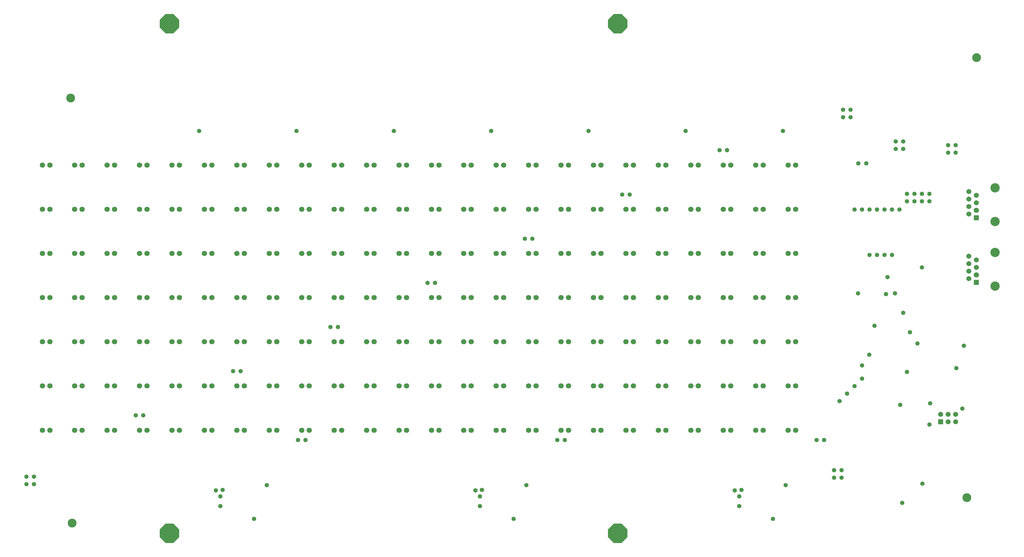
<source format=gbs>
%FSLAX24Y24*%
%MOIN*%
G70*
G01*
G75*
G04 Layer_Color=16711935*
%ADD10R,0.1299X0.0787*%
%ADD11O,0.0217X0.0689*%
%ADD12O,0.0689X0.0217*%
%ADD13R,0.0354X0.0354*%
%ADD14C,0.0394*%
%ADD15R,0.2264X0.2559*%
%ADD16R,0.0492X0.1201*%
%ADD17O,0.0236X0.0866*%
%ADD18R,0.0335X0.0335*%
%ADD19R,0.0394X0.0394*%
%ADD20R,0.0630X0.1181*%
%ADD21R,0.0787X0.2362*%
%ADD22R,0.0630X0.0236*%
%ADD23R,0.0472X0.1378*%
%ADD24R,0.0866X0.0925*%
%ADD25R,0.0610X0.0925*%
%ADD26R,0.0335X0.0669*%
%ADD27R,0.2185X0.2559*%
%ADD28R,0.0236X0.0866*%
%ADD29C,0.0150*%
%ADD30C,0.0500*%
%ADD31C,0.0200*%
%ADD32C,0.0300*%
%ADD33C,0.0250*%
%ADD34C,0.0100*%
%ADD35C,0.0630*%
%ADD36C,0.0591*%
%ADD37C,0.0591*%
%ADD38R,0.0591X0.0591*%
%ADD39P,0.2706X8X22.5*%
%ADD40C,0.1161*%
%ADD41R,0.0591X0.0591*%
%ADD42C,0.0500*%
%ADD43C,0.0394*%
%ADD44C,0.0098*%
%ADD45C,0.0236*%
%ADD46C,0.0079*%
%ADD47R,0.1379X0.0867*%
%ADD48O,0.0297X0.0769*%
%ADD49O,0.0769X0.0297*%
%ADD50R,0.0434X0.0434*%
%ADD51C,0.1181*%
%ADD52R,0.2344X0.2639*%
%ADD53R,0.0572X0.1281*%
%ADD54O,0.0316X0.0946*%
%ADD55C,0.0984*%
%ADD56R,0.0415X0.0415*%
%ADD57R,0.0474X0.0474*%
%ADD58R,0.0710X0.1261*%
%ADD59R,0.0867X0.2442*%
%ADD60R,0.0710X0.0316*%
%ADD61R,0.0552X0.1458*%
%ADD62R,0.0946X0.1005*%
%ADD63R,0.0690X0.1005*%
%ADD64R,0.0415X0.0749*%
%ADD65R,0.2265X0.2639*%
%ADD66R,0.0316X0.0946*%
%ADD67C,0.0710*%
%ADD68C,0.0671*%
%ADD69C,0.0671*%
%ADD70R,0.0671X0.0671*%
%ADD71P,0.2793X8X22.5*%
%ADD72C,0.1241*%
%ADD73R,0.0671X0.0671*%
%ADD74C,0.0580*%
%ADD75C,0.1181*%
D67*
X61606Y22622D02*
D03*
X60606D02*
D03*
X74598Y28528D02*
D03*
X73598D02*
D03*
X87590Y34433D02*
D03*
X86590D02*
D03*
X100582Y40339D02*
D03*
X99582D02*
D03*
X112574Y46244D02*
D03*
X113574D02*
D03*
X126566Y52150D02*
D03*
X125566D02*
D03*
X143889Y58055D02*
D03*
X142889D02*
D03*
X142889Y52150D02*
D03*
X143889D02*
D03*
X143889Y46244D02*
D03*
X142889D02*
D03*
Y40339D02*
D03*
X143889D02*
D03*
Y34433D02*
D03*
X142889D02*
D03*
Y28528D02*
D03*
X143889D02*
D03*
Y22622D02*
D03*
X142889D02*
D03*
X138559Y58055D02*
D03*
X139559D02*
D03*
X148220Y28528D02*
D03*
X147220D02*
D03*
Y34433D02*
D03*
X148220D02*
D03*
Y40339D02*
D03*
X147220D02*
D03*
X147220Y46244D02*
D03*
X148220D02*
D03*
X148220Y52150D02*
D03*
X147220D02*
D03*
Y58055D02*
D03*
X148220D02*
D03*
X122236Y52150D02*
D03*
X121236D02*
D03*
X112574Y28528D02*
D03*
X113574D02*
D03*
X139559Y22622D02*
D03*
X138559D02*
D03*
Y34433D02*
D03*
X139559D02*
D03*
Y40339D02*
D03*
X138559D02*
D03*
Y46244D02*
D03*
X139559D02*
D03*
Y52150D02*
D03*
X138559D02*
D03*
X134228Y22622D02*
D03*
X135228D02*
D03*
Y28528D02*
D03*
X134228D02*
D03*
Y34433D02*
D03*
X135228D02*
D03*
Y40339D02*
D03*
X134228D02*
D03*
Y46244D02*
D03*
X135228D02*
D03*
X135228Y52150D02*
D03*
X134228D02*
D03*
X134228Y58055D02*
D03*
X135228D02*
D03*
X130897Y22622D02*
D03*
X129897D02*
D03*
Y28528D02*
D03*
X130897D02*
D03*
Y34433D02*
D03*
X129897D02*
D03*
Y46244D02*
D03*
X130897D02*
D03*
Y52150D02*
D03*
X129897D02*
D03*
Y58055D02*
D03*
X130897D02*
D03*
X126566Y22622D02*
D03*
X125566D02*
D03*
Y28528D02*
D03*
X126566D02*
D03*
Y34433D02*
D03*
X125566D02*
D03*
Y40339D02*
D03*
X126566D02*
D03*
Y46244D02*
D03*
X125566D02*
D03*
X122236Y22622D02*
D03*
X121236D02*
D03*
Y28528D02*
D03*
X122236D02*
D03*
Y34433D02*
D03*
X121236D02*
D03*
Y40339D02*
D03*
X122236D02*
D03*
Y46244D02*
D03*
X121236D02*
D03*
Y58055D02*
D03*
X122236D02*
D03*
X117905Y22622D02*
D03*
X116905D02*
D03*
Y28528D02*
D03*
X117905D02*
D03*
Y34433D02*
D03*
X116905D02*
D03*
Y40339D02*
D03*
X117905D02*
D03*
Y46244D02*
D03*
X116905D02*
D03*
Y52150D02*
D03*
X117905D02*
D03*
Y58055D02*
D03*
X116905D02*
D03*
X112574Y22622D02*
D03*
X113574D02*
D03*
Y34433D02*
D03*
X112574D02*
D03*
Y40339D02*
D03*
X113574D02*
D03*
X112574Y52150D02*
D03*
X113574D02*
D03*
Y58055D02*
D03*
X112574D02*
D03*
X108244Y22622D02*
D03*
X109244D02*
D03*
Y28528D02*
D03*
X108244D02*
D03*
Y34433D02*
D03*
X109244D02*
D03*
Y40339D02*
D03*
X108244D02*
D03*
Y46244D02*
D03*
X109244D02*
D03*
Y58055D02*
D03*
X108244D02*
D03*
X103913Y22622D02*
D03*
X104913D02*
D03*
Y28528D02*
D03*
X103913D02*
D03*
Y34433D02*
D03*
X104913D02*
D03*
Y40339D02*
D03*
X103913D02*
D03*
Y46244D02*
D03*
X104913D02*
D03*
Y52150D02*
D03*
X103913D02*
D03*
Y58055D02*
D03*
X104913D02*
D03*
X100582Y22622D02*
D03*
X99582D02*
D03*
Y28528D02*
D03*
X100582D02*
D03*
Y34433D02*
D03*
X99582D02*
D03*
X100582Y46244D02*
D03*
X99582D02*
D03*
Y52150D02*
D03*
X100582D02*
D03*
Y58055D02*
D03*
X99582D02*
D03*
X95251Y22622D02*
D03*
X96251D02*
D03*
Y28528D02*
D03*
X95251D02*
D03*
Y34433D02*
D03*
X96251D02*
D03*
Y40339D02*
D03*
X95251D02*
D03*
Y46244D02*
D03*
X96251D02*
D03*
Y52150D02*
D03*
X95251D02*
D03*
Y58055D02*
D03*
X96251D02*
D03*
X91921Y22622D02*
D03*
X90921D02*
D03*
Y28528D02*
D03*
X91921D02*
D03*
Y34433D02*
D03*
X90921D02*
D03*
Y40339D02*
D03*
X91921D02*
D03*
Y46244D02*
D03*
X90921D02*
D03*
Y52150D02*
D03*
X91921D02*
D03*
Y58055D02*
D03*
X90921D02*
D03*
X86590Y22622D02*
D03*
X87590D02*
D03*
Y28528D02*
D03*
X86590D02*
D03*
X87590Y40339D02*
D03*
X86590D02*
D03*
Y46244D02*
D03*
X87590D02*
D03*
Y52150D02*
D03*
X86590D02*
D03*
Y58055D02*
D03*
X87590D02*
D03*
X83259Y22622D02*
D03*
X82259D02*
D03*
Y28528D02*
D03*
X83259D02*
D03*
Y34433D02*
D03*
X82259D02*
D03*
Y40339D02*
D03*
X83259D02*
D03*
Y46244D02*
D03*
X82259D02*
D03*
Y52150D02*
D03*
X83259D02*
D03*
Y58055D02*
D03*
X82259D02*
D03*
X77929Y22622D02*
D03*
X78929D02*
D03*
Y28528D02*
D03*
X77929D02*
D03*
Y34433D02*
D03*
X78929D02*
D03*
Y40339D02*
D03*
X77929D02*
D03*
Y46244D02*
D03*
X78929D02*
D03*
Y52150D02*
D03*
X77929D02*
D03*
Y58055D02*
D03*
X78929D02*
D03*
X74598Y22622D02*
D03*
X73598D02*
D03*
X74598Y34433D02*
D03*
X73598D02*
D03*
Y40339D02*
D03*
X74598D02*
D03*
Y46244D02*
D03*
X73598D02*
D03*
Y52150D02*
D03*
X74598D02*
D03*
Y58055D02*
D03*
X73598D02*
D03*
X69267Y22622D02*
D03*
X70267D02*
D03*
Y28528D02*
D03*
X69267D02*
D03*
Y34433D02*
D03*
X70267D02*
D03*
Y40339D02*
D03*
X69267D02*
D03*
Y46244D02*
D03*
X70267D02*
D03*
Y52150D02*
D03*
X69267D02*
D03*
Y58055D02*
D03*
X70267D02*
D03*
X65937Y22622D02*
D03*
X64937D02*
D03*
Y28528D02*
D03*
X65937D02*
D03*
Y34433D02*
D03*
X64937D02*
D03*
Y40339D02*
D03*
X65937D02*
D03*
Y46244D02*
D03*
X64937D02*
D03*
Y52150D02*
D03*
X65937D02*
D03*
Y58055D02*
D03*
X64937D02*
D03*
X61606Y28528D02*
D03*
X60606D02*
D03*
Y34433D02*
D03*
X61606D02*
D03*
Y40339D02*
D03*
X60606D02*
D03*
Y46244D02*
D03*
X61606D02*
D03*
Y52150D02*
D03*
X60606D02*
D03*
Y58055D02*
D03*
X61606D02*
D03*
X57275Y22622D02*
D03*
X56275D02*
D03*
Y28528D02*
D03*
X57275D02*
D03*
Y34433D02*
D03*
X56275D02*
D03*
Y40339D02*
D03*
X57275D02*
D03*
Y46244D02*
D03*
X56275D02*
D03*
Y52150D02*
D03*
X57275D02*
D03*
Y58055D02*
D03*
X56275D02*
D03*
X51944Y22622D02*
D03*
X52944D02*
D03*
Y28528D02*
D03*
X51944D02*
D03*
Y34433D02*
D03*
X52944D02*
D03*
Y40339D02*
D03*
X51944D02*
D03*
Y46244D02*
D03*
X52944D02*
D03*
Y52150D02*
D03*
X51944D02*
D03*
Y58055D02*
D03*
X52944D02*
D03*
X48614Y22622D02*
D03*
X47614D02*
D03*
Y28528D02*
D03*
X48614D02*
D03*
Y34433D02*
D03*
X47614D02*
D03*
Y40339D02*
D03*
X48614D02*
D03*
Y46244D02*
D03*
X47614D02*
D03*
Y52150D02*
D03*
X48614D02*
D03*
Y58055D02*
D03*
X47614D02*
D03*
X108244Y52150D02*
D03*
X109244D02*
D03*
X139559Y28528D02*
D03*
X138559D02*
D03*
X147220Y22622D02*
D03*
X148220D02*
D03*
X130897Y40339D02*
D03*
X129897D02*
D03*
X125566Y58055D02*
D03*
X126566D02*
D03*
X172357Y43370D02*
D03*
X172357Y52004D02*
D03*
D68*
X169607Y24755D02*
D03*
X168607Y23755D02*
D03*
X171357Y44870D02*
D03*
Y43870D02*
D03*
X172357Y44370D02*
D03*
X171357Y53504D02*
D03*
Y52504D02*
D03*
Y51504D02*
D03*
X172357Y54004D02*
D03*
X171357Y54504D02*
D03*
X171357Y42870D02*
D03*
X172357Y45370D02*
D03*
X171357Y45870D02*
D03*
D69*
X169607Y23755D02*
D03*
X168607Y24755D02*
D03*
X167607D02*
D03*
X172357Y53004D02*
D03*
D70*
X167607Y23755D02*
D03*
D71*
X64607Y8843D02*
D03*
X124449D02*
D03*
Y76953D02*
D03*
X64607D02*
D03*
D72*
X174857Y41870D02*
D03*
Y46370D02*
D03*
X174857Y50504D02*
D03*
Y55004D02*
D03*
D73*
X172357Y51004D02*
D03*
X172357Y42370D02*
D03*
D74*
X166080Y23370D02*
D03*
X45510Y15400D02*
D03*
X46510D02*
D03*
Y16400D02*
D03*
X45510D02*
D03*
X153360Y16290D02*
D03*
X154360D02*
D03*
Y17290D02*
D03*
X153360D02*
D03*
X71689Y14640D02*
D03*
X106334D02*
D03*
X140980Y14640D02*
D03*
X163100Y30420D02*
D03*
X60098Y24594D02*
D03*
X61098D02*
D03*
X73090Y30500D02*
D03*
X74090D02*
D03*
X86083Y36405D02*
D03*
X87083D02*
D03*
X99075Y42311D02*
D03*
X100075D02*
D03*
X112067Y48216D02*
D03*
X113067D02*
D03*
X125059Y54122D02*
D03*
X126059D02*
D03*
X81570Y62600D02*
D03*
X94563D02*
D03*
X120547D02*
D03*
X133539D02*
D03*
X107555D02*
D03*
X68578D02*
D03*
X110550Y10760D02*
D03*
X106059Y12486D02*
D03*
X112259Y15286D02*
D03*
X106059Y13786D02*
D03*
X71413D02*
D03*
Y12486D02*
D03*
X75905Y10760D02*
D03*
X77613Y15286D02*
D03*
X82749Y21300D02*
D03*
X81749D02*
D03*
X70813Y14586D02*
D03*
X117394Y21300D02*
D03*
X116394D02*
D03*
X105459Y14586D02*
D03*
X146531Y62600D02*
D03*
X139051Y60027D02*
D03*
X138051D02*
D03*
X140705Y13786D02*
D03*
X146905Y15286D02*
D03*
X145196Y10760D02*
D03*
X140705Y12486D02*
D03*
X140105Y14586D02*
D03*
X170481Y25496D02*
D03*
X165150Y15490D02*
D03*
X162207Y26020D02*
D03*
X160307Y40820D02*
D03*
X162607Y38320D02*
D03*
X158050Y32700D02*
D03*
X164507Y34220D02*
D03*
X166100Y54200D02*
D03*
X163107Y54220D02*
D03*
Y53220D02*
D03*
X166100Y53200D02*
D03*
X165100Y54200D02*
D03*
X164100D02*
D03*
Y53200D02*
D03*
X165100D02*
D03*
X166207Y26220D02*
D03*
X170707Y33920D02*
D03*
X169707Y30920D02*
D03*
X157080Y31280D02*
D03*
X163507Y35720D02*
D03*
X158750Y36570D02*
D03*
X168607Y60720D02*
D03*
X169607D02*
D03*
Y59720D02*
D03*
X168607D02*
D03*
X156607Y58270D02*
D03*
X165107Y44370D02*
D03*
X156557Y40920D02*
D03*
X161507D02*
D03*
X157657Y58270D02*
D03*
X160507Y43070D02*
D03*
X161607Y60220D02*
D03*
Y61220D02*
D03*
X162607Y60220D02*
D03*
Y61220D02*
D03*
X156100Y28500D02*
D03*
X155100Y27500D02*
D03*
X154100Y26500D02*
D03*
X157100Y29500D02*
D03*
X162100Y52100D02*
D03*
X161100D02*
D03*
X160100D02*
D03*
X159100D02*
D03*
X158100D02*
D03*
X157100D02*
D03*
X156100D02*
D03*
X161100Y46053D02*
D03*
X160100D02*
D03*
X159100D02*
D03*
X158100D02*
D03*
X151040Y21300D02*
D03*
X152040D02*
D03*
X154550Y64450D02*
D03*
X155550D02*
D03*
Y65450D02*
D03*
X154550D02*
D03*
X162450Y12900D02*
D03*
D75*
X172400Y72400D02*
D03*
X51400Y67000D02*
D03*
X171100Y13600D02*
D03*
X51600Y10200D02*
D03*
M02*

</source>
